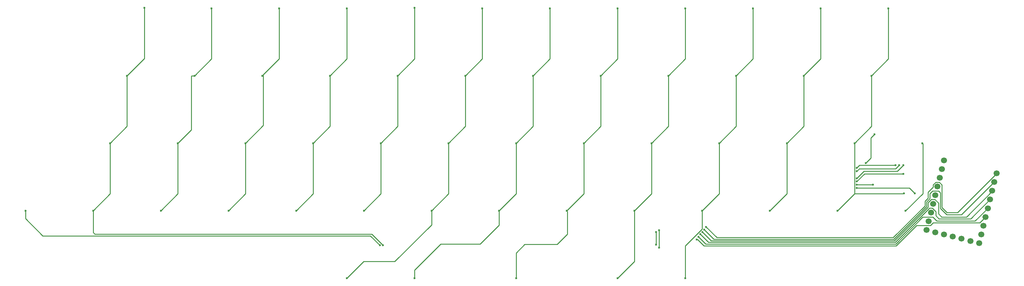
<source format=gbr>
%TF.GenerationSoftware,KiCad,Pcbnew,(6.0.6-0)*%
%TF.CreationDate,2022-07-30T10:34:08-07:00*%
%TF.ProjectId,purple-owl,70757270-6c65-42d6-9f77-6c2e6b696361,v0.1*%
%TF.SameCoordinates,Original*%
%TF.FileFunction,Copper,L2,Bot*%
%TF.FilePolarity,Positive*%
%FSLAX46Y46*%
G04 Gerber Fmt 4.6, Leading zero omitted, Abs format (unit mm)*
G04 Created by KiCad (PCBNEW (6.0.6-0)) date 2022-07-30 10:34:08*
%MOMM*%
%LPD*%
G01*
G04 APERTURE LIST*
%TA.AperFunction,ComponentPad*%
%ADD10C,1.700000*%
%TD*%
%TA.AperFunction,ViaPad*%
%ADD11C,0.600000*%
%TD*%
%TA.AperFunction,Conductor*%
%ADD12C,0.254000*%
%TD*%
G04 APERTURE END LIST*
D10*
%TO.P,U1,1,GP0*%
%TO.N,COL13*%
X361641580Y-120255240D03*
%TO.P,U1,2,GP1*%
%TO.N,COL12*%
X361027098Y-122719791D03*
%TO.P,U1,3,GP2*%
%TO.N,COL11*%
X360412617Y-125184342D03*
%TO.P,U1,4,GP3*%
%TO.N,COL10*%
X359798135Y-127648893D03*
%TO.P,U1,5,GP4*%
%TO.N,COL9*%
X359183654Y-130113445D03*
%TO.P,U1,6,GP5*%
%TO.N,COL8*%
X358569172Y-132577996D03*
%TO.P,U1,7,GP6*%
%TO.N,COL7*%
X357954690Y-135042547D03*
%TO.P,U1,8,GP7*%
%TO.N,COL6*%
X357340209Y-137507098D03*
%TO.P,U1,9,GP8*%
%TO.N,COL5*%
X356725727Y-139971649D03*
%TO.P,U1,10,GP9*%
%TO.N,COL4*%
X354261176Y-139357168D03*
%TO.P,U1,11,GP10*%
%TO.N,COL3*%
X351796625Y-138742686D03*
%TO.P,U1,12,GP11*%
%TO.N,COL2*%
X349332074Y-138128204D03*
%TO.P,U1,13,GP12*%
%TO.N,COL1*%
X346867523Y-137513723D03*
%TO.P,U1,14,GP13*%
%TO.N,COL0*%
X344402971Y-136899241D03*
%TO.P,U1,15,GP14*%
%TO.N,unconnected-(U1-Pad15)*%
X341938420Y-136284759D03*
%TO.P,U1,16,GP15*%
%TO.N,ROW4*%
X342552902Y-133820208D03*
%TO.P,U1,17,GP26*%
%TO.N,ROW3*%
X343167383Y-131355657D03*
%TO.P,U1,18,GP27*%
%TO.N,ROW2*%
X343781865Y-128891106D03*
%TO.P,U1,19,GP28*%
%TO.N,ROW1*%
X344396347Y-126426555D03*
%TO.P,U1,20,GP29*%
%TO.N,ROW0*%
X345010828Y-123962004D03*
%TO.P,U1,21,3V3*%
%TO.N,unconnected-(U1-Pad21)*%
X345625310Y-121497453D03*
%TO.P,U1,22,GND*%
%TO.N,unconnected-(U1-Pad22)*%
X346239792Y-119032901D03*
%TO.P,U1,23,5V*%
%TO.N,unconnected-(U1-Pad23)*%
X346854273Y-116568350D03*
%TD*%
D11*
%TO.N,Net-(D29-Pad2)*%
X324866000Y-117348000D03*
X327279000Y-109220000D03*
%TO.N,COL0*%
X340741000Y-111760000D03*
X336042000Y-130810000D03*
%TO.N,COL1*%
X331216000Y-73660000D03*
X326453500Y-92710000D03*
X316865000Y-130810000D03*
X335568350Y-125949650D03*
X321691000Y-111760000D03*
%TO.N,COL2*%
X322326000Y-124395500D03*
X307403500Y-92710000D03*
X312166000Y-73660000D03*
X338631866Y-125934134D03*
X302641000Y-111760000D03*
X297815000Y-130810000D03*
%TO.N,COL3*%
X278765000Y-130810000D03*
X274066000Y-149860000D03*
X322317500Y-123444000D03*
X293116000Y-73660000D03*
X283591000Y-111760000D03*
X326857750Y-123444000D03*
X288353500Y-92710000D03*
%TO.N,COL4*%
X322317500Y-122555000D03*
X269303500Y-92710000D03*
X335407000Y-120396000D03*
X274066000Y-73660000D03*
X264541000Y-111760000D03*
X259715000Y-130810000D03*
X255016000Y-149860000D03*
%TO.N,COL5*%
X322323247Y-121663247D03*
X240665000Y-130810000D03*
X255016000Y-73660000D03*
X245491000Y-111760000D03*
X335407000Y-117991500D03*
X226441000Y-149860000D03*
X250253500Y-92710000D03*
%TO.N,COL6*%
X231203500Y-92710000D03*
X334264000Y-117983000D03*
X197866000Y-149860000D03*
X226441000Y-111760000D03*
X221615000Y-130810000D03*
X322326000Y-119634000D03*
X235966000Y-73660000D03*
%TO.N,COL7*%
X322326000Y-118745000D03*
X212153500Y-92710000D03*
X202628500Y-130810000D03*
X216916000Y-73660000D03*
X333248000Y-117983000D03*
X178816000Y-149860000D03*
X207391000Y-111760000D03*
%TO.N,COL8*%
X277241000Y-138938000D03*
X197866000Y-73533000D03*
X183578500Y-130810000D03*
X193103500Y-92710000D03*
X188341000Y-111760000D03*
%TO.N,COL9*%
X164528500Y-130810000D03*
X174053500Y-92710000D03*
X178816000Y-73660000D03*
X169291000Y-111760000D03*
X277749000Y-138176000D03*
%TO.N,COL10*%
X155003500Y-92710000D03*
X159766000Y-73660000D03*
X278257000Y-137476003D03*
X150241000Y-111760000D03*
X145478500Y-130810000D03*
%TO.N,COL11*%
X135953500Y-92710000D03*
X131191000Y-111760000D03*
X278827003Y-136841003D03*
X126428500Y-130810000D03*
X140716000Y-73660000D03*
%TO.N,COL12*%
X107378500Y-130810000D03*
X116903500Y-92710000D03*
X265811000Y-140416500D03*
X121793000Y-73533000D03*
X279400000Y-136144000D03*
X188976000Y-140589000D03*
X112141000Y-111760000D03*
X265811000Y-136822500D03*
%TO.N,COL13*%
X266700000Y-141224000D03*
X188087000Y-140589000D03*
X266700000Y-136368500D03*
X88328500Y-130810000D03*
X279908000Y-135382000D03*
%TD*%
D12*
%TO.N,Net-(D29-Pad2)*%
X326263000Y-110236000D02*
X327279000Y-109220000D01*
X326263000Y-115951000D02*
X326263000Y-110236000D01*
X324866000Y-117348000D02*
X326263000Y-115951000D01*
%TO.N,COL0*%
X336042000Y-130810000D02*
X340882969Y-125969031D01*
X340882969Y-111901969D02*
X340741000Y-111760000D01*
X340882969Y-125969031D02*
X340882969Y-111901969D01*
%TO.N,COL1*%
X316865000Y-130810000D02*
X321691000Y-125984000D01*
X321691000Y-111760000D02*
X326453500Y-106997500D01*
X335568350Y-125949650D02*
X335534000Y-125984000D01*
X331216000Y-87947500D02*
X331216000Y-73660000D01*
X326453500Y-92710000D02*
X331216000Y-87947500D01*
X321691000Y-125984000D02*
X321691000Y-111760000D01*
X326453500Y-106997500D02*
X326453500Y-92710000D01*
X335534000Y-125984000D02*
X321691000Y-125984000D01*
%TO.N,COL2*%
X302641000Y-111760000D02*
X307403500Y-106997500D01*
X337093232Y-124395500D02*
X322326000Y-124395500D01*
X338631866Y-125934134D02*
X337093232Y-124395500D01*
X307403500Y-92710000D02*
X307403500Y-92646500D01*
X307403500Y-92646500D02*
X312166000Y-87884000D01*
X307403500Y-106997500D02*
X307403500Y-92710000D01*
X302641000Y-125984000D02*
X302641000Y-111760000D01*
X312166000Y-87884000D02*
X312166000Y-73660000D01*
X297815000Y-130810000D02*
X302641000Y-125984000D01*
%TO.N,COL3*%
X278765000Y-130810000D02*
X283591000Y-125984000D01*
X278765000Y-136017000D02*
X274066000Y-140716000D01*
X293116000Y-87947500D02*
X293116000Y-73660000D01*
X278765000Y-130810000D02*
X278765000Y-136017000D01*
X283591000Y-125984000D02*
X283591000Y-111760000D01*
X283591000Y-111760000D02*
X288353500Y-106997500D01*
X274066000Y-140716000D02*
X274066000Y-149860000D01*
X326857750Y-123444000D02*
X322317500Y-123444000D01*
X288353500Y-106997500D02*
X288353500Y-92710000D01*
X288353500Y-92710000D02*
X293116000Y-87947500D01*
%TO.N,COL4*%
X324476500Y-120396000D02*
X322317500Y-122555000D01*
X259715000Y-130810000D02*
X259715000Y-145161000D01*
X259715000Y-145161000D02*
X255016000Y-149860000D01*
X259715000Y-130810000D02*
X264541000Y-125984000D01*
X269303500Y-106997500D02*
X269303500Y-92710000D01*
X274066000Y-87947500D02*
X274066000Y-73660000D01*
X264541000Y-111760000D02*
X269303500Y-106997500D01*
X269303500Y-92710000D02*
X274066000Y-87947500D01*
X264541000Y-125984000D02*
X264541000Y-111760000D01*
X335407000Y-120396000D02*
X324476500Y-120396000D01*
%TO.N,COL5*%
X237998000Y-140335000D02*
X228854000Y-140335000D01*
X240870469Y-137462531D02*
X237998000Y-140335000D01*
X245491000Y-125984000D02*
X245491000Y-111760000D01*
X228854000Y-140335000D02*
X226441000Y-142748000D01*
X322323247Y-121663247D02*
X324340494Y-119646000D01*
X240870469Y-131015469D02*
X240870469Y-137462531D01*
X240665000Y-130810000D02*
X240870469Y-131015469D01*
X333752500Y-119646000D02*
X335407000Y-117991500D01*
X250253500Y-92710000D02*
X255016000Y-87947500D01*
X250253500Y-106997500D02*
X250253500Y-92710000D01*
X226441000Y-142748000D02*
X226441000Y-149860000D01*
X255016000Y-87947500D02*
X255016000Y-73660000D01*
X324340494Y-119646000D02*
X333752500Y-119646000D01*
X245491000Y-111760000D02*
X250253500Y-106997500D01*
X240665000Y-130810000D02*
X245491000Y-125984000D01*
%TO.N,COL6*%
X231203500Y-106997500D02*
X231203500Y-92710000D01*
X333234003Y-119012997D02*
X322973000Y-119012997D01*
X334264000Y-117983000D02*
X333234003Y-119012997D01*
X226441000Y-111760000D02*
X231203500Y-106997500D01*
X205232000Y-140208000D02*
X197866000Y-147574000D01*
X221615000Y-130810000D02*
X221615000Y-134883370D01*
X322973000Y-119012997D02*
X322351997Y-119634000D01*
X235966000Y-73660000D02*
X235966000Y-87947500D01*
X221615000Y-134883370D02*
X216290370Y-140208000D01*
X197866000Y-147574000D02*
X197866000Y-149860000D01*
X322351997Y-119634000D02*
X322326000Y-119634000D01*
X226441000Y-125984000D02*
X226441000Y-111760000D01*
X221615000Y-130810000D02*
X226441000Y-125984000D01*
X235966000Y-87947500D02*
X231203500Y-92710000D01*
X216290370Y-140208000D02*
X205232000Y-140208000D01*
%TO.N,COL7*%
X202628500Y-134819870D02*
X192287370Y-145161000D01*
X216916000Y-73660000D02*
X216916000Y-87947500D01*
X202628500Y-130810000D02*
X202628500Y-134819870D01*
X333236000Y-117995000D02*
X323076000Y-117995000D01*
X192287370Y-145161000D02*
X183515000Y-145161000D01*
X212153500Y-92710000D02*
X212153500Y-106997500D01*
X183515000Y-145161000D02*
X178816000Y-149860000D01*
X333248000Y-117983000D02*
X333236000Y-117995000D01*
X207391000Y-126047500D02*
X202628500Y-130810000D01*
X212153500Y-106997500D02*
X207391000Y-111760000D01*
X216916000Y-87947500D02*
X212153500Y-92710000D01*
X323076000Y-117995000D02*
X322326000Y-118745000D01*
X207391000Y-111760000D02*
X207391000Y-126047500D01*
%TO.N,COL8*%
X277241000Y-138938000D02*
X277469003Y-138938000D01*
X343798640Y-134239000D02*
X356908168Y-134239000D01*
X343040432Y-134997208D02*
X343798640Y-134239000D01*
X339145406Y-134997208D02*
X343040432Y-134997208D01*
X277469003Y-138938000D02*
X279247003Y-140716000D01*
X197866000Y-87947500D02*
X193103500Y-92710000D01*
X356908168Y-134239000D02*
X358569172Y-132577996D01*
X188341000Y-126047500D02*
X183578500Y-130810000D01*
X193103500Y-92710000D02*
X193103500Y-106997500D01*
X279247003Y-140716000D02*
X333426614Y-140716000D01*
X197866000Y-73533000D02*
X197866000Y-87947500D01*
X333426614Y-140716000D02*
X339145406Y-134997208D01*
X188341000Y-111760000D02*
X188341000Y-126047500D01*
X193103500Y-106997500D02*
X188341000Y-111760000D01*
%TO.N,COL9*%
X169291000Y-111760000D02*
X169291000Y-126047500D01*
X344805000Y-133731000D02*
X355566098Y-133731000D01*
X174053500Y-106997500D02*
X169291000Y-111760000D01*
X178816000Y-87947500D02*
X174053500Y-92710000D01*
X174053500Y-92710000D02*
X174053500Y-106997500D01*
X279781000Y-140208000D02*
X333292562Y-140208000D01*
X355566098Y-133731000D02*
X359183654Y-130113445D01*
X169291000Y-126047500D02*
X164528500Y-130810000D01*
X178816000Y-73660000D02*
X178816000Y-87947500D01*
X277749000Y-138176000D02*
X279781000Y-140208000D01*
X333292562Y-140208000D02*
X340857354Y-132643208D01*
X343717208Y-132643208D02*
X344805000Y-133731000D01*
X340857354Y-132643208D02*
X343717208Y-132643208D01*
%TO.N,COL10*%
X155289250Y-106711750D02*
X150241000Y-111760000D01*
X278257000Y-137476003D02*
X278257000Y-137477500D01*
X155289250Y-92424250D02*
X155003500Y-92710000D01*
X150241000Y-111760000D02*
X150241000Y-126047500D01*
X343535000Y-130048000D02*
X344551000Y-131064000D01*
X159766000Y-73660000D02*
X159766000Y-87947500D01*
X159766000Y-87947500D02*
X155289250Y-92424250D01*
X150241000Y-126047500D02*
X145478500Y-130810000D01*
X354351028Y-133096000D02*
X359798135Y-127648893D01*
X278257000Y-137477500D02*
X280533500Y-139754000D01*
X280533500Y-139754000D02*
X333104510Y-139754000D01*
X333104510Y-139754000D02*
X342810510Y-130048000D01*
X345440000Y-133096000D02*
X354351028Y-133096000D01*
X344551000Y-132207000D02*
X345440000Y-133096000D01*
X344551000Y-131064000D02*
X344551000Y-132207000D01*
X155289250Y-92424250D02*
X155289250Y-106711750D01*
X342810510Y-130048000D02*
X343535000Y-130048000D01*
%TO.N,COL11*%
X342392000Y-128524000D02*
X342392000Y-129824458D01*
X343312445Y-127603555D02*
X342392000Y-128524000D01*
X135953500Y-92710000D02*
X135107432Y-92710000D01*
X346202000Y-132588000D02*
X345313000Y-131699000D01*
X344265555Y-127603555D02*
X343312445Y-127603555D01*
X360412617Y-125336862D02*
X353161479Y-132588000D01*
X360412617Y-125184342D02*
X360412617Y-125336862D01*
X342392000Y-129824458D02*
X332916458Y-139300000D01*
X134995401Y-107955599D02*
X131191000Y-111760000D01*
X345313000Y-131699000D02*
X345313000Y-128651000D01*
X131191000Y-126047500D02*
X126428500Y-130810000D01*
X140716000Y-73660000D02*
X140716000Y-87947500D01*
X332916458Y-139300000D02*
X331470000Y-139300000D01*
X131191000Y-111760000D02*
X131191000Y-126047500D01*
X140716000Y-87947500D02*
X135953500Y-92710000D01*
X353161479Y-132588000D02*
X346202000Y-132588000D01*
X345313000Y-128651000D02*
X344265555Y-127603555D01*
X281286000Y-139300000D02*
X278827003Y-136841003D01*
X331470000Y-139300000D02*
X281286000Y-139300000D01*
X135107432Y-92710000D02*
X134995401Y-92822031D01*
X134995401Y-92822031D02*
X134995401Y-107955599D01*
%TO.N,COL12*%
X265811000Y-136822500D02*
X265811000Y-140416500D01*
X342900000Y-127373948D02*
X342900000Y-125984000D01*
X185801000Y-137414000D02*
X107823000Y-137414000D01*
X345313000Y-125222000D02*
X345821000Y-125730000D01*
X343662000Y-125222000D02*
X345313000Y-125222000D01*
X347599000Y-131953000D02*
X351793889Y-131953000D01*
X121793000Y-87820500D02*
X116903500Y-92710000D01*
X341938000Y-129636406D02*
X341938000Y-128335948D01*
X121793000Y-73533000D02*
X121793000Y-87820500D01*
X345821000Y-130175000D02*
X347599000Y-131953000D01*
X351793889Y-131953000D02*
X361027098Y-122719791D01*
X332728406Y-138846000D02*
X341938000Y-129636406D01*
X107378500Y-136969500D02*
X107378500Y-130810000D01*
X341938000Y-128335948D02*
X342900000Y-127373948D01*
X188976000Y-140589000D02*
X185801000Y-137414000D01*
X107823000Y-137414000D02*
X107378500Y-136969500D01*
X342900000Y-125984000D02*
X343662000Y-125222000D01*
X282102000Y-138846000D02*
X332728406Y-138846000D01*
X116903500Y-106997500D02*
X112141000Y-111760000D01*
X116903500Y-92710000D02*
X116903500Y-106997500D01*
X279400000Y-136144000D02*
X282102000Y-138846000D01*
X345821000Y-125730000D02*
X345821000Y-130175000D01*
X112141000Y-111760000D02*
X112141000Y-126047500D01*
X112141000Y-126047500D02*
X107378500Y-130810000D01*
%TO.N,COL13*%
X346275000Y-123517000D02*
X346275000Y-129921000D01*
X332540354Y-138392000D02*
X341484000Y-129448354D01*
X185420000Y-137922000D02*
X93218000Y-137922000D01*
X347672000Y-131318000D02*
X350647000Y-131318000D01*
X342392000Y-125603000D02*
X343833828Y-124161172D01*
X279908000Y-135382000D02*
X282918000Y-138392000D01*
X344523298Y-122785004D02*
X345543004Y-122785004D01*
X266700000Y-141224000D02*
X266700000Y-136368500D01*
X93218000Y-137922000D02*
X88328500Y-133032500D01*
X346275000Y-129921000D02*
X347672000Y-131318000D01*
X345543004Y-122785004D02*
X346275000Y-123517000D01*
X350647000Y-131318000D02*
X361641580Y-120323420D01*
X282918000Y-138392000D02*
X332540354Y-138392000D01*
X343833828Y-123474474D02*
X344523298Y-122785004D01*
X343833828Y-124161172D02*
X343833828Y-123474474D01*
X361641580Y-120323420D02*
X361641580Y-120255240D01*
X341484000Y-129448354D02*
X341484000Y-128147896D01*
X188087000Y-140589000D02*
X185420000Y-137922000D01*
X341484000Y-128147896D02*
X342392000Y-127239896D01*
X88328500Y-133032500D02*
X88328500Y-130810000D01*
X342392000Y-127239896D02*
X342392000Y-125603000D01*
%TD*%
M02*

</source>
